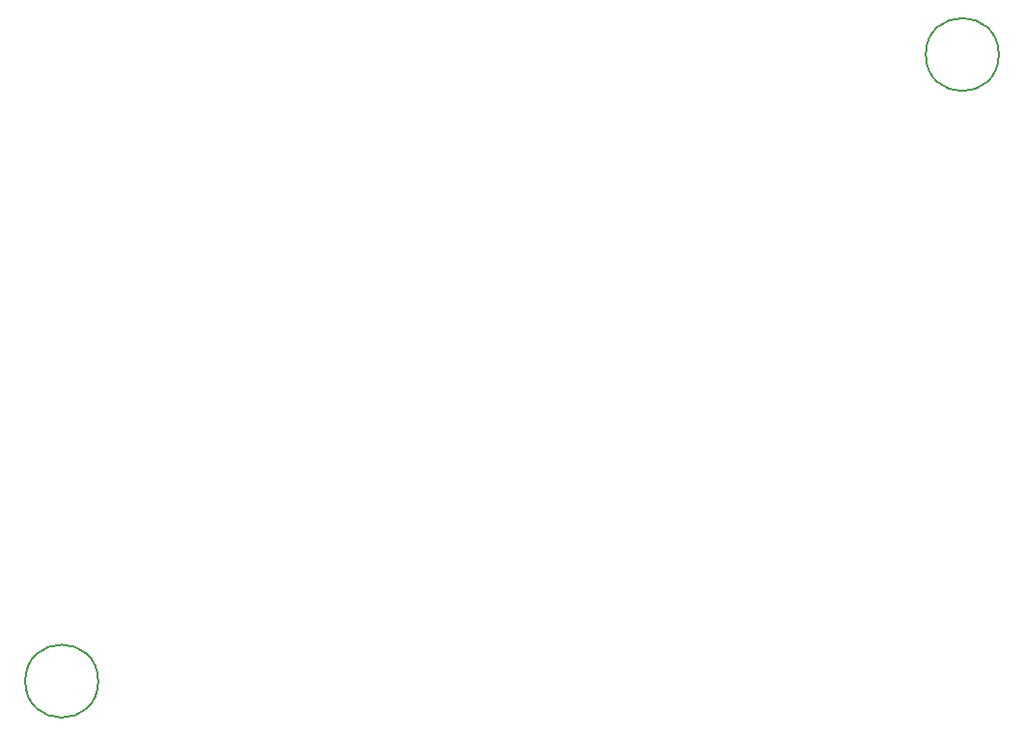
<source format=gbr>
%TF.GenerationSoftware,KiCad,Pcbnew,7.0.8*%
%TF.CreationDate,2024-06-10T09:02:31-04:00*%
%TF.ProjectId,bottomboard,626f7474-6f6d-4626-9f61-72642e6b6963,rev?*%
%TF.SameCoordinates,Original*%
%TF.FileFunction,Other,Comment*%
%FSLAX46Y46*%
G04 Gerber Fmt 4.6, Leading zero omitted, Abs format (unit mm)*
G04 Created by KiCad (PCBNEW 7.0.8) date 2024-06-10 09:02:31*
%MOMM*%
%LPD*%
G01*
G04 APERTURE LIST*
%ADD10C,0.150000*%
G04 APERTURE END LIST*
D10*
%TO.C,REF\u002A\u002A*%
X103700000Y-116500000D02*
G75*
G03*
X103700000Y-116500000I-3200000J0D01*
G01*
X182700000Y-61500000D02*
G75*
G03*
X182700000Y-61500000I-3200000J0D01*
G01*
%TD*%
M02*

</source>
